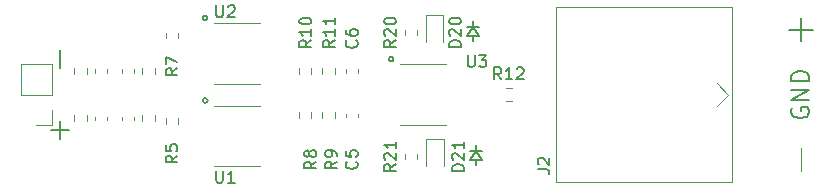
<source format=gbr>
%TF.GenerationSoftware,KiCad,Pcbnew,(6.0.10)*%
%TF.CreationDate,2023-06-04T13:07:17-04:00*%
%TF.ProjectId,diff-probe,64696666-2d70-4726-9f62-652e6b696361,A*%
%TF.SameCoordinates,PX1f78a40PY3750280*%
%TF.FileFunction,Legend,Top*%
%TF.FilePolarity,Positive*%
%FSLAX46Y46*%
G04 Gerber Fmt 4.6, Leading zero omitted, Abs format (unit mm)*
G04 Created by KiCad (PCBNEW (6.0.10)) date 2023-06-04 13:07:17*
%MOMM*%
%LPD*%
G01*
G04 APERTURE LIST*
%ADD10C,0.150000*%
%ADD11C,0.120000*%
G04 APERTURE END LIST*
D10*
X39250000Y3250000D02*
X39250000Y3750000D01*
X39250000Y3250000D02*
X38750000Y2500000D01*
X39750000Y2500000D02*
X39250000Y3250000D01*
X38750000Y2500000D02*
X39750000Y2500000D01*
X39250000Y2500000D02*
X39250000Y2000000D01*
X38750000Y3250000D02*
X39750000Y3250000D01*
X39000000Y13750000D02*
X39000000Y14250000D01*
X39000000Y13000000D02*
X39000000Y12500000D01*
X38500000Y13750000D02*
X39500000Y13750000D01*
X39000000Y13750000D02*
X38500000Y13000000D01*
X39500000Y13000000D02*
X39000000Y13750000D01*
X38500000Y13000000D02*
X39500000Y13000000D01*
X4750000Y5000000D02*
X3250000Y5000000D01*
X67750000Y13500000D02*
X65750000Y13500000D01*
X4000000Y5750000D02*
X4000000Y4250000D01*
X4000000Y11750000D02*
X4000000Y10250000D01*
X66750000Y14500000D02*
X66750000Y12500000D01*
D11*
X66750000Y3500000D02*
X66750000Y1500000D01*
D10*
X66000000Y6857143D02*
X65928571Y6714286D01*
X65928571Y6500000D01*
X66000000Y6285715D01*
X66142857Y6142858D01*
X66285714Y6071429D01*
X66571428Y6000000D01*
X66785714Y6000000D01*
X67071428Y6071429D01*
X67214285Y6142858D01*
X67357142Y6285715D01*
X67428571Y6500000D01*
X67428571Y6642858D01*
X67357142Y6857143D01*
X67285714Y6928572D01*
X66785714Y6928572D01*
X66785714Y6642858D01*
X67428571Y7571429D02*
X65928571Y7571429D01*
X67428571Y8428572D01*
X65928571Y8428572D01*
X67428571Y9142858D02*
X65928571Y9142858D01*
X65928571Y9500000D01*
X66000000Y9714286D01*
X66142857Y9857143D01*
X66285714Y9928572D01*
X66571428Y10000000D01*
X66785714Y10000000D01*
X67071428Y9928572D01*
X67214285Y9857143D01*
X67357142Y9714286D01*
X67428571Y9500000D01*
X67428571Y9142858D01*
%TO.C,R21*%
X32452380Y2107143D02*
X31976190Y1773810D01*
X32452380Y1535715D02*
X31452380Y1535715D01*
X31452380Y1916667D01*
X31500000Y2011905D01*
X31547619Y2059524D01*
X31642857Y2107143D01*
X31785714Y2107143D01*
X31880952Y2059524D01*
X31928571Y2011905D01*
X31976190Y1916667D01*
X31976190Y1535715D01*
X31547619Y2488096D02*
X31500000Y2535715D01*
X31452380Y2630953D01*
X31452380Y2869048D01*
X31500000Y2964286D01*
X31547619Y3011905D01*
X31642857Y3059524D01*
X31738095Y3059524D01*
X31880952Y3011905D01*
X32452380Y2440477D01*
X32452380Y3059524D01*
X32452380Y4011905D02*
X32452380Y3440477D01*
X32452380Y3726191D02*
X31452380Y3726191D01*
X31595238Y3630953D01*
X31690476Y3535715D01*
X31738095Y3440477D01*
%TO.C,R20*%
X32452380Y12607143D02*
X31976190Y12273810D01*
X32452380Y12035715D02*
X31452380Y12035715D01*
X31452380Y12416667D01*
X31500000Y12511905D01*
X31547619Y12559524D01*
X31642857Y12607143D01*
X31785714Y12607143D01*
X31880952Y12559524D01*
X31928571Y12511905D01*
X31976190Y12416667D01*
X31976190Y12035715D01*
X31547619Y12988096D02*
X31500000Y13035715D01*
X31452380Y13130953D01*
X31452380Y13369048D01*
X31500000Y13464286D01*
X31547619Y13511905D01*
X31642857Y13559524D01*
X31738095Y13559524D01*
X31880952Y13511905D01*
X32452380Y12940477D01*
X32452380Y13559524D01*
X31452380Y14178572D02*
X31452380Y14273810D01*
X31500000Y14369048D01*
X31547619Y14416667D01*
X31642857Y14464286D01*
X31833333Y14511905D01*
X32071428Y14511905D01*
X32261904Y14464286D01*
X32357142Y14416667D01*
X32404761Y14369048D01*
X32452380Y14273810D01*
X32452380Y14178572D01*
X32404761Y14083334D01*
X32357142Y14035715D01*
X32261904Y13988096D01*
X32071428Y13940477D01*
X31833333Y13940477D01*
X31642857Y13988096D01*
X31547619Y14035715D01*
X31500000Y14083334D01*
X31452380Y14178572D01*
%TO.C,D21*%
X38202380Y1535715D02*
X37202380Y1535715D01*
X37202380Y1773810D01*
X37250000Y1916667D01*
X37345238Y2011905D01*
X37440476Y2059524D01*
X37630952Y2107143D01*
X37773809Y2107143D01*
X37964285Y2059524D01*
X38059523Y2011905D01*
X38154761Y1916667D01*
X38202380Y1773810D01*
X38202380Y1535715D01*
X37297619Y2488096D02*
X37250000Y2535715D01*
X37202380Y2630953D01*
X37202380Y2869048D01*
X37250000Y2964286D01*
X37297619Y3011905D01*
X37392857Y3059524D01*
X37488095Y3059524D01*
X37630952Y3011905D01*
X38202380Y2440477D01*
X38202380Y3059524D01*
X38202380Y4011905D02*
X38202380Y3440477D01*
X38202380Y3726191D02*
X37202380Y3726191D01*
X37345238Y3630953D01*
X37440476Y3535715D01*
X37488095Y3440477D01*
%TO.C,D20*%
X37952380Y12035715D02*
X36952380Y12035715D01*
X36952380Y12273810D01*
X37000000Y12416667D01*
X37095238Y12511905D01*
X37190476Y12559524D01*
X37380952Y12607143D01*
X37523809Y12607143D01*
X37714285Y12559524D01*
X37809523Y12511905D01*
X37904761Y12416667D01*
X37952380Y12273810D01*
X37952380Y12035715D01*
X37047619Y12988096D02*
X37000000Y13035715D01*
X36952380Y13130953D01*
X36952380Y13369048D01*
X37000000Y13464286D01*
X37047619Y13511905D01*
X37142857Y13559524D01*
X37238095Y13559524D01*
X37380952Y13511905D01*
X37952380Y12940477D01*
X37952380Y13559524D01*
X36952380Y14178572D02*
X36952380Y14273810D01*
X37000000Y14369048D01*
X37047619Y14416667D01*
X37142857Y14464286D01*
X37333333Y14511905D01*
X37571428Y14511905D01*
X37761904Y14464286D01*
X37857142Y14416667D01*
X37904761Y14369048D01*
X37952380Y14273810D01*
X37952380Y14178572D01*
X37904761Y14083334D01*
X37857142Y14035715D01*
X37761904Y13988096D01*
X37571428Y13940477D01*
X37333333Y13940477D01*
X37142857Y13988096D01*
X37047619Y14035715D01*
X37000000Y14083334D01*
X36952380Y14178572D01*
%TO.C,J2*%
X44452380Y1666667D02*
X45166666Y1666667D01*
X45309523Y1619048D01*
X45404761Y1523810D01*
X45452380Y1380953D01*
X45452380Y1285715D01*
X44547619Y2095239D02*
X44500000Y2142858D01*
X44452380Y2238096D01*
X44452380Y2476191D01*
X44500000Y2571429D01*
X44547619Y2619048D01*
X44642857Y2666667D01*
X44738095Y2666667D01*
X44880952Y2619048D01*
X45452380Y2047620D01*
X45452380Y2666667D01*
%TO.C,U1*%
X17238095Y1547620D02*
X17238095Y738096D01*
X17285714Y642858D01*
X17333333Y595239D01*
X17428571Y547620D01*
X17619047Y547620D01*
X17714285Y595239D01*
X17761904Y642858D01*
X17809523Y738096D01*
X17809523Y1547620D01*
X18809523Y547620D02*
X18238095Y547620D01*
X18523809Y547620D02*
X18523809Y1547620D01*
X18428571Y1404762D01*
X18333333Y1309524D01*
X18238095Y1261905D01*
%TO.C,R7*%
X13952380Y10218334D02*
X13476190Y9885000D01*
X13952380Y9646905D02*
X12952380Y9646905D01*
X12952380Y10027858D01*
X13000000Y10123096D01*
X13047619Y10170715D01*
X13142857Y10218334D01*
X13285714Y10218334D01*
X13380952Y10170715D01*
X13428571Y10123096D01*
X13476190Y10027858D01*
X13476190Y9646905D01*
X12952380Y10551667D02*
X12952380Y11218334D01*
X13952380Y10789762D01*
%TO.C,C6*%
X29107142Y12583334D02*
X29154761Y12535715D01*
X29202380Y12392858D01*
X29202380Y12297620D01*
X29154761Y12154762D01*
X29059523Y12059524D01*
X28964285Y12011905D01*
X28773809Y11964286D01*
X28630952Y11964286D01*
X28440476Y12011905D01*
X28345238Y12059524D01*
X28250000Y12154762D01*
X28202380Y12297620D01*
X28202380Y12392858D01*
X28250000Y12535715D01*
X28297619Y12583334D01*
X28202380Y13440477D02*
X28202380Y13250000D01*
X28250000Y13154762D01*
X28297619Y13107143D01*
X28440476Y13011905D01*
X28630952Y12964286D01*
X29011904Y12964286D01*
X29107142Y13011905D01*
X29154761Y13059524D01*
X29202380Y13154762D01*
X29202380Y13345239D01*
X29154761Y13440477D01*
X29107142Y13488096D01*
X29011904Y13535715D01*
X28773809Y13535715D01*
X28678571Y13488096D01*
X28630952Y13440477D01*
X28583333Y13345239D01*
X28583333Y13154762D01*
X28630952Y13059524D01*
X28678571Y13011905D01*
X28773809Y12964286D01*
%TO.C,U2*%
X17238095Y15547620D02*
X17238095Y14738096D01*
X17285714Y14642858D01*
X17333333Y14595239D01*
X17428571Y14547620D01*
X17619047Y14547620D01*
X17714285Y14595239D01*
X17761904Y14642858D01*
X17809523Y14738096D01*
X17809523Y15547620D01*
X18238095Y15452381D02*
X18285714Y15500000D01*
X18380952Y15547620D01*
X18619047Y15547620D01*
X18714285Y15500000D01*
X18761904Y15452381D01*
X18809523Y15357143D01*
X18809523Y15261905D01*
X18761904Y15119048D01*
X18190476Y14547620D01*
X18809523Y14547620D01*
%TO.C,C5*%
X29107142Y2333334D02*
X29154761Y2285715D01*
X29202380Y2142858D01*
X29202380Y2047620D01*
X29154761Y1904762D01*
X29059523Y1809524D01*
X28964285Y1761905D01*
X28773809Y1714286D01*
X28630952Y1714286D01*
X28440476Y1761905D01*
X28345238Y1809524D01*
X28250000Y1904762D01*
X28202380Y2047620D01*
X28202380Y2142858D01*
X28250000Y2285715D01*
X28297619Y2333334D01*
X28202380Y3238096D02*
X28202380Y2761905D01*
X28678571Y2714286D01*
X28630952Y2761905D01*
X28583333Y2857143D01*
X28583333Y3095239D01*
X28630952Y3190477D01*
X28678571Y3238096D01*
X28773809Y3285715D01*
X29011904Y3285715D01*
X29107142Y3238096D01*
X29154761Y3190477D01*
X29202380Y3095239D01*
X29202380Y2857143D01*
X29154761Y2761905D01*
X29107142Y2714286D01*
%TO.C,R9*%
X27452380Y2333334D02*
X26976190Y2000000D01*
X27452380Y1761905D02*
X26452380Y1761905D01*
X26452380Y2142858D01*
X26500000Y2238096D01*
X26547619Y2285715D01*
X26642857Y2333334D01*
X26785714Y2333334D01*
X26880952Y2285715D01*
X26928571Y2238096D01*
X26976190Y2142858D01*
X26976190Y1761905D01*
X27452380Y2809524D02*
X27452380Y3000000D01*
X27404761Y3095239D01*
X27357142Y3142858D01*
X27214285Y3238096D01*
X27023809Y3285715D01*
X26642857Y3285715D01*
X26547619Y3238096D01*
X26500000Y3190477D01*
X26452380Y3095239D01*
X26452380Y2904762D01*
X26500000Y2809524D01*
X26547619Y2761905D01*
X26642857Y2714286D01*
X26880952Y2714286D01*
X26976190Y2761905D01*
X27023809Y2809524D01*
X27071428Y2904762D01*
X27071428Y3095239D01*
X27023809Y3190477D01*
X26976190Y3238096D01*
X26880952Y3285715D01*
%TO.C,R11*%
X27277380Y12607143D02*
X26801190Y12273810D01*
X27277380Y12035715D02*
X26277380Y12035715D01*
X26277380Y12416667D01*
X26325000Y12511905D01*
X26372619Y12559524D01*
X26467857Y12607143D01*
X26610714Y12607143D01*
X26705952Y12559524D01*
X26753571Y12511905D01*
X26801190Y12416667D01*
X26801190Y12035715D01*
X27277380Y13559524D02*
X27277380Y12988096D01*
X27277380Y13273810D02*
X26277380Y13273810D01*
X26420238Y13178572D01*
X26515476Y13083334D01*
X26563095Y12988096D01*
X27277380Y14511905D02*
X27277380Y13940477D01*
X27277380Y14226191D02*
X26277380Y14226191D01*
X26420238Y14130953D01*
X26515476Y14035715D01*
X26563095Y13940477D01*
%TO.C,R8*%
X25702380Y2333334D02*
X25226190Y2000000D01*
X25702380Y1761905D02*
X24702380Y1761905D01*
X24702380Y2142858D01*
X24750000Y2238096D01*
X24797619Y2285715D01*
X24892857Y2333334D01*
X25035714Y2333334D01*
X25130952Y2285715D01*
X25178571Y2238096D01*
X25226190Y2142858D01*
X25226190Y1761905D01*
X25130952Y2904762D02*
X25083333Y2809524D01*
X25035714Y2761905D01*
X24940476Y2714286D01*
X24892857Y2714286D01*
X24797619Y2761905D01*
X24750000Y2809524D01*
X24702380Y2904762D01*
X24702380Y3095239D01*
X24750000Y3190477D01*
X24797619Y3238096D01*
X24892857Y3285715D01*
X24940476Y3285715D01*
X25035714Y3238096D01*
X25083333Y3190477D01*
X25130952Y3095239D01*
X25130952Y2904762D01*
X25178571Y2809524D01*
X25226190Y2761905D01*
X25321428Y2714286D01*
X25511904Y2714286D01*
X25607142Y2761905D01*
X25654761Y2809524D01*
X25702380Y2904762D01*
X25702380Y3095239D01*
X25654761Y3190477D01*
X25607142Y3238096D01*
X25511904Y3285715D01*
X25321428Y3285715D01*
X25226190Y3238096D01*
X25178571Y3190477D01*
X25130952Y3095239D01*
%TO.C,R12*%
X41357142Y9297620D02*
X41023809Y9773810D01*
X40785714Y9297620D02*
X40785714Y10297620D01*
X41166666Y10297620D01*
X41261904Y10250000D01*
X41309523Y10202381D01*
X41357142Y10107143D01*
X41357142Y9964286D01*
X41309523Y9869048D01*
X41261904Y9821429D01*
X41166666Y9773810D01*
X40785714Y9773810D01*
X42309523Y9297620D02*
X41738095Y9297620D01*
X42023809Y9297620D02*
X42023809Y10297620D01*
X41928571Y10154762D01*
X41833333Y10059524D01*
X41738095Y10011905D01*
X42690476Y10202381D02*
X42738095Y10250000D01*
X42833333Y10297620D01*
X43071428Y10297620D01*
X43166666Y10250000D01*
X43214285Y10202381D01*
X43261904Y10107143D01*
X43261904Y10011905D01*
X43214285Y9869048D01*
X42642857Y9297620D01*
X43261904Y9297620D01*
%TO.C,R10*%
X25277380Y12607143D02*
X24801190Y12273810D01*
X25277380Y12035715D02*
X24277380Y12035715D01*
X24277380Y12416667D01*
X24325000Y12511905D01*
X24372619Y12559524D01*
X24467857Y12607143D01*
X24610714Y12607143D01*
X24705952Y12559524D01*
X24753571Y12511905D01*
X24801190Y12416667D01*
X24801190Y12035715D01*
X25277380Y13559524D02*
X25277380Y12988096D01*
X25277380Y13273810D02*
X24277380Y13273810D01*
X24420238Y13178572D01*
X24515476Y13083334D01*
X24563095Y12988096D01*
X24277380Y14178572D02*
X24277380Y14273810D01*
X24325000Y14369048D01*
X24372619Y14416667D01*
X24467857Y14464286D01*
X24658333Y14511905D01*
X24896428Y14511905D01*
X25086904Y14464286D01*
X25182142Y14416667D01*
X25229761Y14369048D01*
X25277380Y14273810D01*
X25277380Y14178572D01*
X25229761Y14083334D01*
X25182142Y14035715D01*
X25086904Y13988096D01*
X24896428Y13940477D01*
X24658333Y13940477D01*
X24467857Y13988096D01*
X24372619Y14035715D01*
X24325000Y14083334D01*
X24277380Y14178572D01*
%TO.C,R5*%
X13952380Y2833334D02*
X13476190Y2500000D01*
X13952380Y2261905D02*
X12952380Y2261905D01*
X12952380Y2642858D01*
X13000000Y2738096D01*
X13047619Y2785715D01*
X13142857Y2833334D01*
X13285714Y2833334D01*
X13380952Y2785715D01*
X13428571Y2738096D01*
X13476190Y2642858D01*
X13476190Y2261905D01*
X12952380Y3738096D02*
X12952380Y3261905D01*
X13428571Y3214286D01*
X13380952Y3261905D01*
X13333333Y3357143D01*
X13333333Y3595239D01*
X13380952Y3690477D01*
X13428571Y3738096D01*
X13523809Y3785715D01*
X13761904Y3785715D01*
X13857142Y3738096D01*
X13904761Y3690477D01*
X13952380Y3595239D01*
X13952380Y3357143D01*
X13904761Y3261905D01*
X13857142Y3214286D01*
%TO.C,U3*%
X38538095Y11347620D02*
X38538095Y10538096D01*
X38585714Y10442858D01*
X38633333Y10395239D01*
X38728571Y10347620D01*
X38919047Y10347620D01*
X39014285Y10395239D01*
X39061904Y10442858D01*
X39109523Y10538096D01*
X39109523Y11347620D01*
X39490476Y11347620D02*
X40109523Y11347620D01*
X39776190Y10966667D01*
X39919047Y10966667D01*
X40014285Y10919048D01*
X40061904Y10871429D01*
X40109523Y10776191D01*
X40109523Y10538096D01*
X40061904Y10442858D01*
X40014285Y10395239D01*
X39919047Y10347620D01*
X39633333Y10347620D01*
X39538095Y10395239D01*
X39490476Y10442858D01*
D11*
%TO.C,R21*%
X34272500Y2512742D02*
X34272500Y2987258D01*
X33227500Y2512742D02*
X33227500Y2987258D01*
%TO.C,R20*%
X33227500Y13487258D02*
X33227500Y13012742D01*
X34272500Y13487258D02*
X34272500Y13012742D01*
%TO.C,D21*%
X36485000Y4235000D02*
X35015000Y4235000D01*
X35015000Y4235000D02*
X35015000Y1950000D01*
X36485000Y1950000D02*
X36485000Y4235000D01*
%TO.C,D20*%
X36447500Y14735000D02*
X34977500Y14735000D01*
X34977500Y14735000D02*
X34977500Y12450000D01*
X36447500Y12450000D02*
X36447500Y14735000D01*
%TO.C,J2*%
X60900000Y15400000D02*
X60900000Y600000D01*
X60900000Y600000D02*
X46000000Y600000D01*
X60600000Y8000000D02*
X59600000Y7000000D01*
X46000000Y15400000D02*
X60900000Y15400000D01*
X46000000Y600000D02*
X46000000Y15400000D01*
X60600000Y8000000D02*
X59600000Y9000000D01*
%TO.C,U1*%
X19000000Y7060000D02*
X17050000Y7060000D01*
X19000000Y1940000D02*
X20950000Y1940000D01*
X19000000Y1940000D02*
X17050000Y1940000D01*
X19000000Y7060000D02*
X20950000Y7060000D01*
D10*
X16500000Y7500000D02*
G75*
G03*
X16500000Y7500000I-200000J0D01*
G01*
D11*
%TO.C,R3*%
X6272500Y9762742D02*
X6272500Y10237258D01*
X5227500Y9762742D02*
X5227500Y10237258D01*
%TO.C,C4*%
X9240000Y10140580D02*
X9240000Y9859420D01*
X10260000Y10140580D02*
X10260000Y9859420D01*
%TO.C,R7*%
X12977500Y13237258D02*
X12977500Y12762742D01*
X14022500Y13237258D02*
X14022500Y12762742D01*
%TO.C,C6*%
X28240000Y9859420D02*
X28240000Y10140580D01*
X29260000Y9859420D02*
X29260000Y10140580D01*
%TO.C,C1*%
X8010000Y6140580D02*
X8010000Y5859420D01*
X6990000Y6140580D02*
X6990000Y5859420D01*
%TO.C,R4*%
X10977500Y9762742D02*
X10977500Y10237258D01*
X12022500Y9762742D02*
X12022500Y10237258D01*
%TO.C,R2*%
X12022500Y6237258D02*
X12022500Y5762742D01*
X10977500Y6237258D02*
X10977500Y5762742D01*
%TO.C,U2*%
X19000000Y14060000D02*
X17050000Y14060000D01*
X19000000Y8940000D02*
X17050000Y8940000D01*
X19000000Y8940000D02*
X20950000Y8940000D01*
X19000000Y14060000D02*
X20950000Y14060000D01*
D10*
X16500000Y14500000D02*
G75*
G03*
X16500000Y14500000I-200000J0D01*
G01*
D11*
%TO.C,C2*%
X9240000Y5859420D02*
X9240000Y6140580D01*
X10260000Y5859420D02*
X10260000Y6140580D01*
%TO.C,C5*%
X28240000Y6390580D02*
X28240000Y6109420D01*
X29260000Y6390580D02*
X29260000Y6109420D01*
%TO.C,R9*%
X27272500Y6487258D02*
X27272500Y6012742D01*
X26227500Y6487258D02*
X26227500Y6012742D01*
%TO.C,R1*%
X5227500Y6237258D02*
X5227500Y5762742D01*
X6272500Y6237258D02*
X6272500Y5762742D01*
%TO.C,R11*%
X27272500Y9762742D02*
X27272500Y10237258D01*
X26227500Y9762742D02*
X26227500Y10237258D01*
%TO.C,J1*%
X3330000Y8000000D02*
X3330000Y10600000D01*
X3330000Y8000000D02*
X670000Y8000000D01*
X3330000Y5400000D02*
X2000000Y5400000D01*
X3330000Y6730000D02*
X3330000Y5400000D01*
X3330000Y10600000D02*
X670000Y10600000D01*
X670000Y8000000D02*
X670000Y10600000D01*
%TO.C,R8*%
X24227500Y6012742D02*
X24227500Y6487258D01*
X25272500Y6012742D02*
X25272500Y6487258D01*
%TO.C,R12*%
X41762742Y7477500D02*
X42237258Y7477500D01*
X41762742Y8522500D02*
X42237258Y8522500D01*
%TO.C,C3*%
X8010000Y9859420D02*
X8010000Y10140580D01*
X6990000Y9859420D02*
X6990000Y10140580D01*
%TO.C,R10*%
X25272500Y10237258D02*
X25272500Y9762742D01*
X24227500Y10237258D02*
X24227500Y9762742D01*
%TO.C,R5*%
X12977500Y5512742D02*
X12977500Y5987258D01*
X14022500Y5512742D02*
X14022500Y5987258D01*
%TO.C,U3*%
X34750000Y5440000D02*
X32800000Y5440000D01*
X34750000Y10560000D02*
X36700000Y10560000D01*
X34750000Y5440000D02*
X36700000Y5440000D01*
X34750000Y10560000D02*
X32800000Y10560000D01*
D10*
X32250000Y11000000D02*
G75*
G03*
X32250000Y11000000I-200000J0D01*
G01*
%TD*%
M02*

</source>
